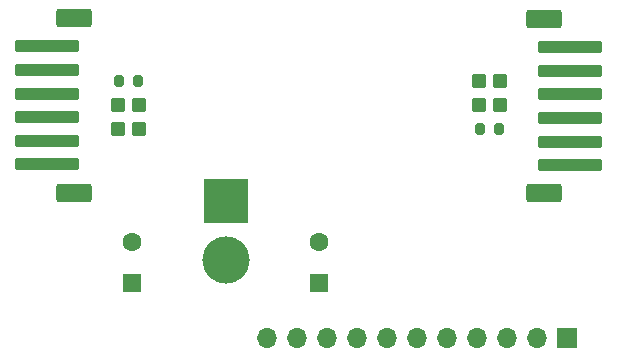
<source format=gbs>
%TF.GenerationSoftware,KiCad,Pcbnew,(6.0.0-0)*%
%TF.CreationDate,2022-03-22T21:28:24+08:00*%
%TF.ProjectId,driver,64726976-6572-42e6-9b69-6361645f7063,rev?*%
%TF.SameCoordinates,Original*%
%TF.FileFunction,Soldermask,Bot*%
%TF.FilePolarity,Negative*%
%FSLAX46Y46*%
G04 Gerber Fmt 4.6, Leading zero omitted, Abs format (unit mm)*
G04 Created by KiCad (PCBNEW (6.0.0-0)) date 2022-03-22 21:28:24*
%MOMM*%
%LPD*%
G01*
G04 APERTURE LIST*
G04 Aperture macros list*
%AMRoundRect*
0 Rectangle with rounded corners*
0 $1 Rounding radius*
0 $2 $3 $4 $5 $6 $7 $8 $9 X,Y pos of 4 corners*
0 Add a 4 corners polygon primitive as box body*
4,1,4,$2,$3,$4,$5,$6,$7,$8,$9,$2,$3,0*
0 Add four circle primitives for the rounded corners*
1,1,$1+$1,$2,$3*
1,1,$1+$1,$4,$5*
1,1,$1+$1,$6,$7*
1,1,$1+$1,$8,$9*
0 Add four rect primitives between the rounded corners*
20,1,$1+$1,$2,$3,$4,$5,0*
20,1,$1+$1,$4,$5,$6,$7,0*
20,1,$1+$1,$6,$7,$8,$9,0*
20,1,$1+$1,$8,$9,$2,$3,0*%
G04 Aperture macros list end*
%ADD10R,1.700000X1.700000*%
%ADD11O,1.700000X1.700000*%
%ADD12RoundRect,0.101600X0.499110X-0.499110X0.499110X0.499110X-0.499110X0.499110X-0.499110X-0.499110X0*%
%ADD13RoundRect,0.250000X2.500000X-0.250000X2.500000X0.250000X-2.500000X0.250000X-2.500000X-0.250000X0*%
%ADD14RoundRect,0.250000X1.250000X-0.550000X1.250000X0.550000X-1.250000X0.550000X-1.250000X-0.550000X0*%
%ADD15RoundRect,0.101600X-0.499110X0.499110X-0.499110X-0.499110X0.499110X-0.499110X0.499110X0.499110X0*%
%ADD16R,1.600000X1.600000*%
%ADD17C,1.600000*%
%ADD18RoundRect,0.250000X-2.500000X0.250000X-2.500000X-0.250000X2.500000X-0.250000X2.500000X0.250000X0*%
%ADD19RoundRect,0.250000X-1.250000X0.550000X-1.250000X-0.550000X1.250000X-0.550000X1.250000X0.550000X0*%
%ADD20RoundRect,0.200000X0.200000X0.275000X-0.200000X0.275000X-0.200000X-0.275000X0.200000X-0.275000X0*%
%ADD21R,3.800000X3.800000*%
%ADD22C,4.000000*%
G04 APERTURE END LIST*
D10*
%TO.C,J2*%
X190425000Y-124200000D03*
D11*
X187885000Y-124200000D03*
X185345000Y-124200000D03*
X182805000Y-124200000D03*
X180265000Y-124200000D03*
X177725000Y-124200000D03*
X175185000Y-124200000D03*
X172645000Y-124200000D03*
X170105000Y-124200000D03*
X167565000Y-124200000D03*
X165025000Y-124200000D03*
%TD*%
D12*
%TO.C,M1D2*%
X154178000Y-104394000D03*
X152425400Y-104394000D03*
%TD*%
%TO.C,M2D2*%
X184709300Y-104394000D03*
X182956700Y-104394000D03*
%TD*%
D13*
%TO.C,M1J1*%
X146396346Y-109465200D03*
X146396346Y-107465200D03*
X146396346Y-105465200D03*
X146396346Y-103465200D03*
X146396346Y-101465200D03*
X146396346Y-99465200D03*
D14*
X148646346Y-97065200D03*
X148646346Y-111865200D03*
%TD*%
D15*
%TO.C,M1D1*%
X152425400Y-106426000D03*
X154178000Y-106426000D03*
%TD*%
D16*
%TO.C,M2CP1*%
X169431982Y-119508651D03*
D17*
X169431982Y-116008651D03*
%TD*%
D15*
%TO.C,M2D1*%
X182956700Y-102362000D03*
X184709300Y-102362000D03*
%TD*%
D18*
%TO.C,M2J1*%
X190700000Y-99526400D03*
X190700000Y-101526400D03*
X190700000Y-103526400D03*
X190700000Y-105526400D03*
X190700000Y-107526400D03*
X190700000Y-109526400D03*
D19*
X188450000Y-111926400D03*
X188450000Y-97126400D03*
%TD*%
D16*
%TO.C,M1CP1*%
X153610400Y-119508651D03*
D17*
X153610400Y-116008651D03*
%TD*%
D20*
%TO.C,M1R0*%
X154126700Y-102362000D03*
X152476700Y-102362000D03*
%TD*%
D21*
%TO.C,J1*%
X161544000Y-112562000D03*
D22*
X161544000Y-117562000D03*
%TD*%
D20*
%TO.C,M2R0*%
X184658000Y-106426000D03*
X183008000Y-106426000D03*
%TD*%
M02*

</source>
